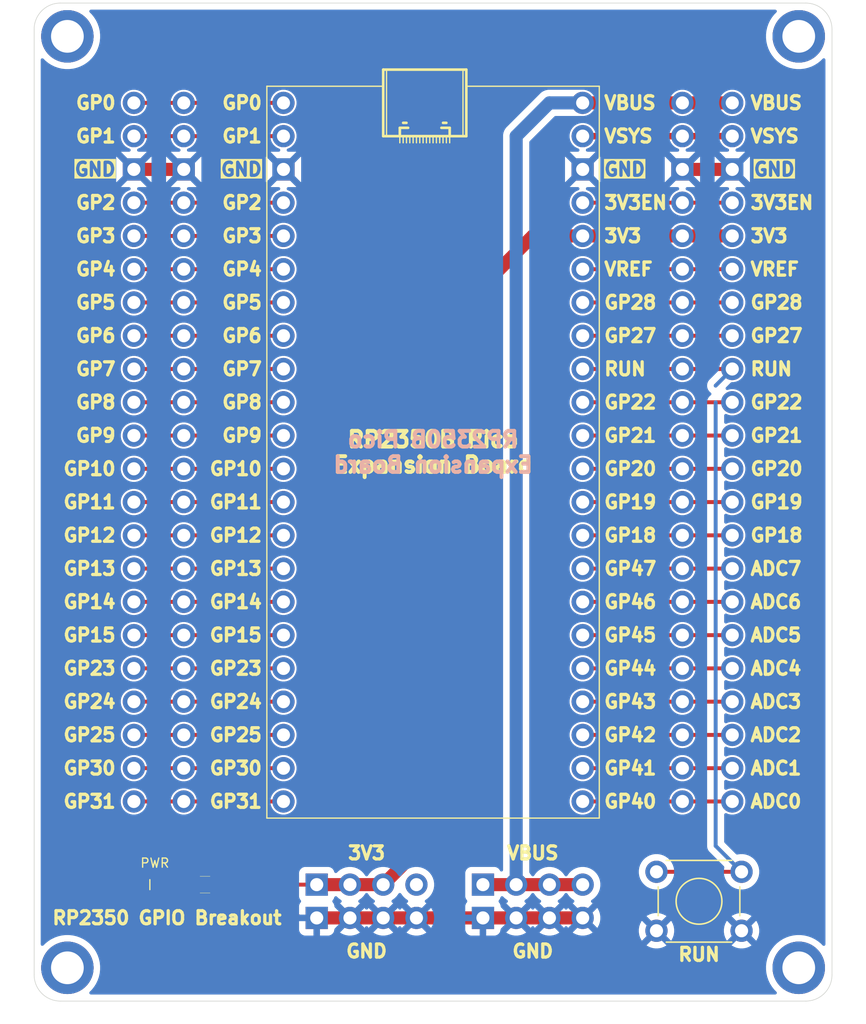
<source format=kicad_pcb>
(kicad_pcb (version 20241229) (generator "pcbnew") (generator_version "9.0")
  (layers (0 "F.Cu" signal) (2 "B.Cu" signal) (13 "F.Paste" user) (15 "B.Paste" user) (5 "F.SilkS" user "F.Silkscreen") (7 "B.SilkS" user "B.Silkscreen") (1 "F.Mask" user) (3 "B.Mask" user) (25 "Edge.Cuts" user))
  (net 0 "")
  (net 1 "GND")
  (net 2 "Net-(D1-A)")
  (net 3 "GPIO24")
  (net 4 "GPIO14")
  (net 5 "GPIO7")
  (net 6 "GPIO10")
  (net 7 "GPIO11")
  (net 8 "GPIO5")
  (net 9 "GPIO13")
  (net 10 "GPIO0")
  (net 11 "GPIO31")
  (net 12 "GPIO3")
  (net 13 "GPIO26")
  (net 14 "GPIO8")
  (net 15 "GPIO6")
  (net 16 "GPIO30")
  (net 17 "GPIO1")
  (net 18 "GPIO23")
  (net 19 "GPIO9")
  (net 20 "GPIO12")
  (net 21 "GPIO4")
  (net 22 "GPIO2")
  (net 23 "GPIO15")
  (net 24 "GPIO43{slash}ADC3")
  (net 25 "GPIO20")
  (net 26 "GPIO44{slash}ADC4")
  (net 27 "VBUS")
  (net 28 "GPIO28")
  (net 29 "GPIO42{slash}ADC2")
  (net 30 "GPIO18")
  (net 31 "GPIO40{slash}ADC0")
  (net 32 "RUN")
  (net 33 "GPIO47{slash}ADC7")
  (net 34 "GPIO22")
  (net 35 "GPIO21")
  (net 36 "GPIO41{slash}ADC1")
  (net 37 "GPIO19")
  (net 38 "GPIO27")
  (net 39 "3V3_EN")
  (net 40 "3V3")
  (net 41 "GPIO46{slash}ADC6")
  (net 42 "GPIO45{slash}ADC5")
  (net 43 "ADC_VREF")
  (net 44 "VSYS")
  (footprint "Mars_Library:Mars_Clean_Connector_01x22_PinHeader_2.54mm" (layer "F.Cu") (at 110.49 104.14 180)
    (property "Reference" "J6" (hide yes))
    (property "Value" "Conn_01x32_MountingPin")
    (pad "1" thru_hole circle (at 0 0 180) (size 1.7 1.7) (drill 1) (layers "*.Cu" "*.Mask") (net 31 "GPIO40{slash}ADC0"))
    (pad "2" thru_hole circle (at 0 2.54 180) (size 1.7 1.7) (drill 1) (layers "*.Cu" "*.Mask") (net 36 "GPIO41{slash}ADC1"))
    (pad "3" thru_hole circle (at 0 5.079999 180) (size 1.7 1.7) (drill 1) (layers "*.Cu" "*.Mask") (net 29 "GPIO42{slash}ADC2"))
    (pad "4" thru_hole circle (at 0 7.62 180) (size 1.7 1.7) (drill 1) (layers "*.Cu" "*.Mask") (net 24 "GPIO43{slash}ADC3"))
    (pad "5" thru_hole circle (at 0 10.16 180) (size 1.7 1.7) (drill 1) (layers "*.Cu" "*.Mask") (net 26 "GPIO44{slash}ADC4"))
    (pad "6" thru_hole circle (at 0 12.7 180) (size 1.7 1.7) (drill 1) (layers "*.Cu" "*.Mask") (net 42 "GPIO45{slash}ADC5"))
    (pad "7" thru_hole circle (at 0 15.24 180) (size 1.7 1.7) (drill 1) (layers "*.Cu" "*.Mask") (net 41 "GPIO46{slash}ADC6"))
    (pad "8" thru_hole circle (at 0 17.780001 180) (size 1.7 1.7) (drill 1) (layers "*.Cu" "*.Mask") (net 33 "GPIO47{slash}ADC7"))
    (pad "9" thru_hole circle (at 0 20.32 180) (size 1.7 1.7) (drill 1) (layers "*.Cu" "*.Mask") (net 30 "GPIO18"))
    (pad "10" thru_hole circle (at 0 22.86 180) (size 1.7 1.7) (drill 1) (layers "*.Cu" "*.Mask") (net 37 "GPIO19"))
    (pad "11" thru_hole circle (at 0 25.4 180) (size 1.7 1.7) (drill 1) (layers "*.Cu" "*.Mask") (net 25 "GPIO20"))
    (pad "12" thru_hole circle (at 0 27.939999 180) (size 1.7 1.7) (drill 1) (layers "*.Cu" "*.Mask") (net 35 "GPIO21"))
    (pad "13" thru_hole circle (at 0 30.48 180) (size 1.7 1.7) (drill 1) (layers "*.Cu" "*.Mask") (net 34 "GPIO22"))
    (pad "14" thru_hole circle (at 0 33.02 180) (size 1.7 1.7) (drill 1) (layers "*.Cu" "*.Mask") (net 32 "RUN"))
    (pad "15" thru_hole circle (at 0 35.56 180) (size 1.7 1.7) (drill 1) (layers "*.Cu" "*.Mask") (net 38 "GPIO27"))
    (pad "16" thru_hole circle (at 0 38.099999 180) (size 1.7 1.7) (drill 1) (layers "*.Cu" "*.Mask") (net 28 "GPIO28"))
    (pad "17" thru_hole circle (at 0 40.640001 180) (size 1.7 1.7) (drill 1) (layers "*.Cu" "*.Mask") (net 43 "ADC_VREF"))
    (pad "18" thru_hole circle (at 0 43.18 180) (size 1.7 1.7) (drill 1) (layers "*.Cu" "*.Mask") (net 40 "3V3"))
    (pad "19" thru_hole circle (at 0 45.72 180) (size 1.7 1.7) (drill 1) (layers "*.Cu" "*.Mask") (net 39 "3V3_EN"))
    (pad "20" thru_hole rect (at 0 48.26 180) (size 1.7 1.7) (drill 1) (layers "*.Cu" "*.Mask") (net 1 "GND"))
    (pad "21" thru_hole circle (at 0 50.799999 180) (size 1.7 1.7) (drill 1) (layers "*.Cu" "*.Mask") (net 44 "VSYS"))
    (pad "22" thru_hole circle (at 0 53.34 180) (size 1.7 1.7) (drill 1) (layers "*.Cu" "*.Mask") (net 27 "VBUS"))
  )
  (footprint "Mars_Library:Mars_Clean_Connector_01x22_PinHeader_2.54mm" (layer "F.Cu") (at 68.58 50.8)
    (property "Reference" "J3" (hide yes))
    (property "Value" "Conn_01x32_MountingPin")
    (pad "1" thru_hole circle (at 0 0) (size 1.7 1.7) (drill 1) (layers "*.Cu" "*.Mask") (net 10 "GPIO0"))
    (pad "2" thru_hole circle (at 0 2.54) (size 1.7 1.7) (drill 1) (layers "*.Cu" "*.Mask") (net 17 "GPIO1"))
    (pad "3" thru_hole rect (at 0 5.08) (size 1.7 1.7) (drill 1) (layers "*.Cu" "*.Mask") (net 1 "GND"))
    (pad "4" thru_hole circle (at 0 7.62) (size 1.7 1.7) (drill 1) (layers "*.Cu" "*.Mask") (net 22 "GPIO2"))
    (pad "5" thru_hole circle (at 0 10.16) (size 1.7 1.7) (drill 1) (layers "*.Cu" "*.Mask") (net 12 "GPIO3"))
    (pad "6" thru_hole circle (at 0 12.7) (size 1.7 1.7) (drill 1) (layers "*.Cu" "*.Mask") (net 21 "GPIO4"))
    (pad "7" thru_hole circle (at 0 15.24) (size 1.7 1.7) (drill 1) (layers "*.Cu" "*.Mask") (net 8 "GPIO5"))
    (pad "8" thru_hole circle (at 0 17.78) (size 1.7 1.7) (drill 1) (layers "*.Cu" "*.Mask") (net 15 "GPIO6"))
    (pad "9" thru_hole circle (at 0 20.32) (size 1.7 1.7) (drill 1) (layers "*.Cu" "*.Mask") (net 5 "GPIO7"))
    (pad "10" thru_hole circle (at 0 22.86) (size 1.7 1.7) (drill 1) (layers "*.Cu" "*.Mask") (net 14 "GPIO8"))
    (pad "11" thru_hole circle (at 0 25.4) (size 1.7 1.7) (drill 1) (layers "*.Cu" "*.Mask") (net 19 "GPIO9"))
    (pad "12" thru_hole circle (at 0 27.94) (size 1.7 1.7) (drill 1) (layers "*.Cu" "*.Mask") (net 6 "GPIO10"))
    (pad "13" thru_hole circle (at 0 30.48) (size 1.7 1.7) (drill 1) (layers "*.Cu" "*.Mask") (net 7 "GPIO11"))
    (pad "14" thru_hole circle (at 0 33.02) (size 1.7 1.7) (drill 1) (layers "*.Cu" "*.Mask") (net 20 "GPIO12"))
    (pad "15" thru_hole circle (at 0 35.56) (size 1.7 1.7) (drill 1) (layers "*.Cu" "*.Mask") (net 9 "GPIO13"))
    (pad "16" thru_hole circle (at 0 38.1) (size 1.7 1.7) (drill 1) (layers "*.Cu" "*.Mask") (net 4 "GPIO14"))
    (pad "17" thru_hole circle (at 0 40.64) (size 1.7 1.7) (drill 1) (layers "*.Cu" "*.Mask") (net 23 "GPIO15"))
    (pad "18" thru_hole circle (at 0 43.18) (size 1.7 1.7) (drill 1) (layers "*.Cu" "*.Mask") (net 18 "GPIO23"))
    (pad "19" thru_hole circle (at 0 45.72) (size 1.7 1.7) (drill 1) (layers "*.Cu" "*.Mask") (net 3 "GPIO24"))
    (pad "20" thru_hole circle (at 0 48.26) (size 1.7 1.7) (drill 1) (layers "*.Cu" "*.Mask") (net 13 "GPIO26"))
    (pad "21" thru_hole circle (at 0 50.8) (size 1.7 1.7) (drill 1) (layers "*.Cu" "*.Mask") (net 16 "GPIO30"))
    (pad "22" thru_hole circle (at 0 53.34) (size 1.7 1.7) (drill 1) (layers "*.Cu" "*.Mask") (net 11 "GPIO31"))
  )
  (footprint "Mars_Library:Mars_Clean_Connector_01x22_PinHeader_2.54mm" (layer "F.Cu") (at 99.06 104.14 180)
    (property "Reference" "J4" (hide yes))
    (property "Value" "Conn_01x32_MountingPin")
    (pad "1" thru_hole circle (at 0 0 180) (size 1.7 1.7) (drill 1) (layers "*.Cu" "*.Mask") (net 31 "GPIO40{slash}ADC0"))
    (pad "2" thru_hole circle (at 0 2.54 180) (size 1.7 1.7) (drill 1) (layers "*.Cu" "*.Mask") (net 36 "GPIO41{slash}ADC1"))
    (pad "3" thru_hole circle (at 0 5.079999 180) (size 1.7 1.7) (drill 1) (layers "*.Cu" "*.Mask") (net 29 "GPIO42{slash}ADC2"))
    (pad "4" thru_hole circle (at 0 7.62 180) (size 1.7 1.7) (drill 1) (layers "*.Cu" "*.Mask") (net 24 "GPIO43{slash}ADC3"))
    (pad "5" thru_hole circle (at 0 10.16 180) (size 1.7 1.7) (drill 1) (layers "*.Cu" "*.Mask") (net 26 "GPIO44{slash}ADC4"))
    (pad "6" thru_hole circle (at 0 12.7 180) (size 1.7 1.7) (drill 1) (layers "*.Cu" "*.Mask") (net 42 "GPIO45{slash}ADC5"))
    (pad "7" thru_hole circle (at 0 15.24 180) (size 1.7 1.7) (drill 1) (layers "*.Cu" "*.Mask") (net 41 "GPIO46{slash}ADC6"))
    (pad "8" thru_hole circle (at 0 17.780001 180) (size 1.7 1.7) (drill 1) (layers "*.Cu" "*.Mask") (net 33 "GPIO47{slash}ADC7"))
    (pad "9" thru_hole circle (at 0 20.32 180) (size 1.7 1.7) (drill 1) (layers "*.Cu" "*.Mask") (net 30 "GPIO18"))
    (pad "10" thru_hole circle (at 0 22.86 180) (size 1.7 1.7) (drill 1) (layers "*.Cu" "*.Mask") (net 37 "GPIO19"))
    (pad "11" thru_hole circle (at 0 25.4 180) (size 1.7 1.7) (drill 1) (layers "*.Cu" "*.Mask") (net 25 "GPIO20"))
    (pad "12" thru_hole circle (at 0 27.939999 180) (size 1.7 1.7) (drill 1) (layers "*.Cu" "*.Mask") (net 35 "GPIO21"))
    (pad "13" thru_hole circle (at 0 30.48 180) (size 1.7 1.7) (drill 1) (layers "*.Cu" "*.Mask") (net 34 "GPIO22"))
    (pad "14" thru_hole circle (at 0 33.02 180) (size 1.7 1.7) (drill 1) (layers "*.Cu" "*.Mask") (net 32 "RUN"))
    (pad "15" thru_hole circle (at 0 35.56 180) (size 1.7 1.7) (drill 1) (layers "*.Cu" "*.Mask") (net 38 "GPIO27"))
    (pad "16" thru_hole circle (at 0 38.099999 180) (size 1.7 1.7) (drill 1) (layers "*.Cu" "*.Mask") (net 28 "GPIO28"))
    (pad "17" thru_hole circle (at 0 40.640001 180) (size 1.7 1.7) (drill 1) (layers "*.Cu" "*.Mask") (net 43 "ADC_VREF"))
    (pad "18" thru_hole circle (at 0 43.18 180) (size 1.7 1.7) (drill 1) (layers "*.Cu" "*.Mask") (net 40 "3V3"))
    (pad "19" thru_hole circle (at 0 45.72 180) (size 1.7 1.7) (drill 1) (layers "*.Cu" "*.Mask") (net 39 "3V3_EN"))
    (pad "20" thru_hole rect (at 0 48.26 180) (size 1.7 1.7) (drill 1) (layers "*.Cu" "*.Mask") (net 1 "GND"))
    (pad "21" thru_hole circle (at 0 50.799999 180) (size 1.7 1.7) (drill 1) (layers "*.Cu" "*.Mask") (net 44 "VSYS"))
    (pad "22" thru_hole circle (at 0 53.34 180) (size 1.7 1.7) (drill 1) (layers "*.Cu" "*.Mask") (net 27 "VBUS"))
  )
  (footprint "Mars_Library:SWD_Debug_PinHeader_1x04_P2.54mm" (layer "F.Cu") (at 78.74 110.49 90)
    (property "Reference" "J7" (hide yes))
    (property "Value" "PWR")
    (pad "1" thru_hole rect (at 0 0 90) (size 1.7 1.7) (drill 1) (layers "*.Cu" "*.Mask") (net 40 "3V3"))
    (pad "2" thru_hole circle (at 0 2.54 90) (size 1.7 1.7) (drill 1) (layers "*.Cu" "*.Mask") (net 40 "3V3"))
    (pad "3" thru_hole circle (at 0 5.079999 90) (size 1.7 1.7) (drill 1) (layers "*.Cu" "*.Mask") (net 40 "3V3"))
    (pad "4" thru_hole circle (at 0 7.62 90) (size 1.7 1.7) (drill 1) (layers "*.Cu" "*.Mask") (net 40 "3V3"))
  )
  (footprint "LED_SMD:LED_0805_2012Metric" (layer "F.Cu") (at 66.3725 110.49)
    (property "Reference" "PWR" (at 0 -1.65 0) (layer "F.SilkS") (effects (font (size 0.7 0.7) (thickness 0.1))))
    (property "Value" "LED")
    (fp_line (start -0.381 -0.381) (end -0.381 0.381) (stroke (width 0.1)) (layer "F.SilkS"))
    (pad "1" smd roundrect (at -0.9375 0) (size 0.975 1.4) (layers "F.Cu" "F.Mask" "F.Paste") (net 1 "GND"))
    (pad "2" smd roundrect (at 0.9375 0) (size 0.975 1.4) (layers "F.Cu" "F.Mask" "F.Paste") (net 2 "Net-(D1-A)"))
  )
  (footprint "MountingHole:MountingHole_2.5mm_Pad_TopBottom" (layer "F.Cu") (at 59.69 116.84)
    (property "Reference" "H3" (hide yes))
    (property "Value" "MountingHole")
    (pad "1" thru_hole circle (at 0 0) (size 4 2.9) (drill 2.5) (layers "*.Cu" "*.Mask"))
    (pad "1" connect circle (at 0 0) (size 4 5) (layers "F.Cu" "F.Mask"))
    (pad "1" connect circle (at 0 0) (size 4 5) (layers "B.Cu" "B.Mask"))
  )
  (footprint "Mars_Library:Mars_Clean_Connector_01x22_PinHeader_2.54mm" (layer "F.Cu") (at 76.2 50.8)
    (property "Reference" "J1" (hide yes))
    (property "Value" "Conn_01x32_MountingPin")
    (pad "1" thru_hole circle (at 0 0) (size 1.7 1.7) (drill 1) (layers "*.Cu" "*.Mask") (net 10 "GPIO0"))
    (pad "2" thru_hole circle (at 0 2.54) (size 1.7 1.7) (drill 1) (layers "*.Cu" "*.Mask") (net 17 "GPIO1"))
    (pad "3" thru_hole rect (at 0 5.08) (size 1.7 1.7) (drill 1) (layers "*.Cu" "*.Mask") (net 1 "GND"))
    (pad "4" thru_hole circle (at 0 7.62) (size 1.7 1.7) (drill 1) (layers "*.Cu" "*.Mask") (net 22 "GPIO2"))
    (pad "5" thru_hole circle (at 0 10.16) (size 1.7 1.7) (drill 1) (layers "*.Cu" "*.Mask") (net 12 "GPIO3"))
    (pad "6" thru_hole circle (at 0 12.7) (size 1.7 1.7) (drill 1) (layers "*.Cu" "*.Mask") (net 21 "GPIO4"))
    (pad "7" thru_hole circle (at 0 15.24) (size 1.7 1.7) (drill 1) (layers "*.Cu" "*.Mask") (net 8 "GPIO5"))
    (pad "8" thru_hole circle (at 0 17.78) (size 1.7 1.7) (drill 1) (layers "*.Cu" "*.Mask") (net 15 "GPIO6"))
    (pad "9" thru_hole circle (at 0 20.32) (size 1.7 1.7) (drill 1) (layers "*.Cu" "*.Mask") (net 5 "GPIO7"))
    (pad "10" thru_hole circle (at 0 22.86) (size 1.7 1.7) (drill 1) (layers "*.Cu" "*.Mask") (net 14 "GPIO8"))
    (pad "11" thru_hole circle (at 0 25.4) (size 1.7 1.7) (drill 1) (layers "*.Cu" "*.Mask") (net 19 "GPIO9"))
    (pad "12" thru_hole circle (at 0 27.94) (size 1.7 1.7) (drill 1) (layers "*.Cu" "*.Mask") (net 6 "GPIO10"))
    (pad "13" thru_hole circle (at 0 30.48) (size 1.7 1.7) (drill 1) (layers "*.Cu" "*.Mask") (net 7 "GPIO11"))
    (pad "14" thru_hole circle (at 0 33.02) (size 1.7 1.7) (drill 1) (layers "*.Cu" "*.Mask") (net 20 "GPIO12"))
    (pad "15" thru_hole circle (at 0 35.56) (size 1.7 1.7) (drill 1) (layers "*.Cu" "*.Mask") (net 9 "GPIO13"))
    (pad "16" thru_hole circle (at 0 38.1) (size 1.7 1.7) (drill 1) (layers "*.Cu" "*.Mask") (net 4 "GPIO14"))
    (pad "17" thru_hole circle (at 0 40.64) (size 1.7 1.7) (drill 1) (layers "*.Cu" "*.Mask") (net 23 "GPIO15"))
    (pad "18" thru_hole circle (at 0 43.18) (size 1.7 1.7) (drill 1) (layers "*.Cu" "*.Mask") (net 18 "GPIO23"))
    (pad "19" thru_hole circle (at 0 45.72) (size 1.7 1.7) (drill 1) (layers "*.Cu" "*.Mask") (net 3 "GPIO24"))
    (pad "20" thru_hole circle (at 0 48.26) (size 1.7 1.7) (drill 1) (layers "*.Cu" "*.Mask") (net 13 "GPIO26"))
    (pad "21" thru_hole circle (at 0 50.8) (size 1.7 1.7) (drill 1) (layers "*.Cu" "*.Mask") (net 16 "GPIO30"))
    (pad "22" thru_hole circle (at 0 53.34) (size 1.7 1.7) (drill 1) (layers "*.Cu" "*.Mask") (net 11 "GPIO31"))
  )
  (footprint "Mars_Library:Mars_Clean_Connector_01x22_PinHeader_2.54mm" (layer "F.Cu") (at 106.68 104.14 180)
    (property "Reference" "J5" (hide yes))
    (property "Value" "Conn_01x32_MountingPin")
    (pad "1" thru_hole circle (at 0 0 180) (size 1.7 1.7) (drill 1) (layers "*.Cu" "*.Mask") (net 31 "GPIO40{slash}ADC0"))
    (pad "2" thru_hole circle (at 0 2.54 180) (size 1.7 1.7) (drill 1) (layers "*.Cu" "*.Mask") (net 36 "GPIO41{slash}ADC1"))
    (pad "3" thru_hole circle (at 0 5.079999 180) (size 1.7 1.7) (drill 1) (layers "*.Cu" "*.Mask") (net 29 "GPIO42{slash}ADC2"))
    (pad "4" thru_hole circle (at 0 7.62 180) (size 1.7 1.7) (drill 1) (layers "*.Cu" "*.Mask") (net 24 "GPIO43{slash}ADC3"))
    (pad "5" thru_hole circle (at 0 10.16 180) (size 1.7 1.7) (drill 1) (layers "*.Cu" "*.Mask") (net 26 "GPIO44{slash}ADC4"))
    (pad "6" thru_hole circle (at 0 12.7 180) (size 1.7 1.7) (drill 1) (layers "*.Cu" "*.Mask") (net 42 "GPIO45{slash}ADC5"))
    (pad "7" thru_hole circle (at 0 15.24 180) (size 1.7 1.7) (drill 1) (layers "*.Cu" "*.Mask") (net 41 "GPIO46{slash}ADC6"))
    (pad "8" thru_hole circle (at 0 17.780001 180) (size 1.7 1.7) (drill 1) (layers "*.Cu" "*.Mask") (net 33 "GPIO47{slash}ADC7"))
    (pad "9" thru_hole circle (at 0 20.32 180) (size 1.7 1.7) (drill 1) (layers "*.Cu" "*.Mask") (net 30 "GPIO18"))
    (pad "10" thru_hole circle (at 0 22.86 180) (size 1.7 1.7) (drill 1) (layers "*.Cu" "*.Mask") (net 37 "GPIO19"))
    (pad "11" thru_hole circle (at 0 25.4 180) (size 1.7 1.7) (drill 1) (layers "*.Cu" "*.Mask") (net 25 "GPIO20"))
    (pad "12" thru_hole circle (at 0 27.939999 180) (size 1.7 1.7) (drill 1) (layers "*.Cu" "*.Mask") (net 35 "GPIO21"))
    (pad "13" thru_hole circle (at 0 30.48 180) (size 1.7 1.7) (drill 1) (layers "*.Cu" "*.Mask") (net 34 "GPIO22"))
    (pad "14" thru_hole circle (at 0 33.02 180) (size 1.7 1.7) (drill 1) (layers "*.Cu" "*.Mask") (net 32 "RUN"))
    (pad "15" thru_hole circle (at 0 35.56 180) (size 1.7 1.7) (drill 1) (layers "*.Cu" "*.Mask") (net 38 "GPIO27"))
    (pad "16" thru_hole circle (at 0 38.099999 180) (size 1.7 1.7) (drill 1) (layers "*.Cu" "*.Mask") (net 28 "GPIO28"))
    (pad "17" thru_hole circle (at 0 40.640001 180) (size 1.7 1.7) (drill 1) (layers "*.Cu" "*.Mask") (net 43 "ADC_VREF"))
    (pad "18" thru_hole circle (at 0 43.18 180) (size 1.7 1.7) (drill 1) (layers "*.Cu" "*.Mask") (net 40 "3V3"))
    (pad "19" thru_hole circle (at 0 45.72 180) (size 1.7 1.7) (drill 1) (layers "*.Cu" "*.Mask") (net 39 "3V3_EN"))
    (pad "20" thru_hole rect (at 0 48.26 180) (size 1.7 1.7) (drill 1) (layers "*.Cu" "*.Mask") (net 1 "GND"))
    (pad "21" thru_hole circle (at 0 50.799999 180) (size 1.7 1.7) (drill 1) (layers "*.Cu" "*.Mask") (net 44 "VSYS"))
    (pad "22" thru_hole circle (at 0 53.34 180) (size 1.7 1.7) (drill 1) (layers "*.Cu" "*.Mask") (net 27 "VBUS"))
  )
  (footprint "Mars_Library:SWD_Debug_PinHeader_1x04_P2.54mm" (layer "F.Cu") (at 91.44 113.03 90)
    (property "Reference" "J10" (hide yes))
    (property "Value" "GND")
    (pad "1" thru_hole rect (at 0 0 90) (size 1.7 1.7) (drill 1) (layers "*.Cu" "*.Mask") (net 1 "GND"))
    (pad "2" thru_hole circle (at 0 2.54 90) (size 1.7 1.7) (drill 1) (layers "*.Cu" "*.Mask") (net 1 "GND"))
    (pad "3" thru_hole circle (at 0 5.079999 90) (size 1.7 1.7) (drill 1) (layers "*.Cu" "*.Mask") (net 1 "GND"))
    (pad "4" thru_hole circle (at 0 7.62 90) (size 1.7 1.7) (drill 1) (layers "*.Cu" "*.Mask") (net 1 "GND"))
  )
  (footprint "Mars_Library:SWD_Debug_PinHeader_1x04_P2.54mm" (layer "F.Cu") (at 91.44 110.49 90)
    (property "Reference" "J9" (hide yes))
    (property "Value" "PWR")
    (pad "1" thru_hole rect (at 0 0 90) (size 1.7 1.7) (drill 1) (layers "*.Cu" "*.Mask") (net 27 "VBUS"))
    (pad "2" thru_hole circle (at 0 2.54 90) (size 1.7 1.7) (drill 1) (layers "*.Cu" "*.Mask") (net 27 "VBUS"))
    (pad "3" thru_hole circle (at 0 5.079999 90) (size 1.7 1.7) (drill 1) (layers "*.Cu" "*.Mask") (net 27 "VBUS"))
    (pad "4" thru_hole circle (at 0 7.62 90) (size 1.7 1.7) (drill 1) (layers "*.Cu" "*.Mask") (net 27 "VBUS"))
  )
  (footprint "MountingHole:MountingHole_2.5mm_Pad_TopBottom" (layer "F.Cu") (at 115.57 116.84)
    (property "Reference" "H4" (hide yes))
    (property "Value" "MountingHole")
    (pad "1" thru_hole circle (at 0 0) (size 4 2.9) (drill 2.5) (layers "*.Cu" "*.Mask"))
    (pad "1" connect circle (at 0 0) (size 4 5) (layers "F.Cu" "F.Mask"))
    (pad "1" connect circle (at 0 0) (size 4 5) (layers "B.Cu" "B.Mask"))
  )
  (footprint "Button_Switch_THT:SW_TH_Tactile_Omron_B3F-102x" (layer "F.Cu") (at 104.7 109.51)
    (property "Reference" "SW1" (hide yes))
    (property "Value" "RUN")
    (fp_line (start 0.13 3.35) (end 0.13 1.15) (stroke (width 0.12)) (layer "F.SilkS"))
    (fp_line (start 0.75 -0.87) (end 5.75 -0.87) (stroke (width 0.12)) (layer "F.SilkS"))
    (fp_line (start 0.75 5.37) (end 5.75 5.37) (stroke (width 0.12)) (layer "F.SilkS"))
    (fp_line (start 6.37 1.15) (end 6.37 3.35) (stroke (width 0.12)) (layer "F.SilkS"))
    (fp_circle (center 3.25 2.25) (end 5 2.25) (stroke (width 0.12)) (fill no) (layer "F.SilkS"))
    (pad "1" thru_hole circle (at 0 0) (size 1.7 1.7) (drill 1) (layers "*.Cu" "*.Mask") (net 32 "RUN"))
    (pad "1" thru_hole circle (at 6.5 0) (size 1.7 1.7) (drill 1) (layers "*.Cu" "*.Mask") (net 32 "RUN"))
    (pad "2" thru_hole circle (at 0 4.5) (size 1.7 1.7) (drill 1) (layers "*.Cu" "*.Mask") (net 1 "GND"))
    (pad "2" thru_hole circle (at 6.5 4.5) (size 1.7 1.7) (drill 1) (layers "*.Cu" "*.Mask") (net 1 "GND"))
  )
  (footprint "Mars_Library:SWD_Debug_PinHeader_1x04_P2.54mm" (layer "F.Cu") (at 78.74 113.03 90)
    (property "Reference" "J8" (hide yes))
    (property "Value" "GND")
    (pad "1" thru_hole rect (at 0 0 90) (size 1.7 1.7) (drill 1) (layers "*.Cu" "*.Mask") (net 1 "GND"))
    (pad "2" thru_hole circle (at 0 2.54 90) (size 1.7 1.7) (drill 1) (layers "*.Cu" "*.Mask") (net 1 "GND"))
    (pad "3" thru_hole circle (at 0 5.079999 90) (size 1.7 1.7) (drill 1) (layers "*.Cu" "*.Mask") (net 1 "GND"))
    (pad "4" thru_hole circle (at 0 7.62 90) (size 1.7 1.7) (drill 1) (layers "*.Cu" "*.Mask") (net 1 "GND"))
  )
  (footprint "MountingHole:MountingHole_2.5mm_Pad_TopBottom" (layer "F.Cu") (at 59.69 45.72)
    (property "Reference" "H1" (hide yes))
    (property "Value" "MountingHole")
    (pad "1" thru_hole circle (at 0 0) (size 4 2.9) (drill 2.5) (layers "*.Cu" "*.Mask"))
    (pad "1" connect circle (at 0 0) (size 4 5) (layers "F.Cu" "F.Mask"))
    (pad "1" connect circle (at 0 0) (size 4 5) (layers "B.Cu" "B.Mask"))
  )
  (footprint "Mars_Library:R_0805" (layer "F.Cu") (at 70.2075 110.49 180)
    (property "Reference" "R1" (hide yes))
    (property "Value" "R")
    (fp_line (start -0.381 0.635) (end 0.381 0.635) (stroke (width 0.03)) (layer "F.SilkS"))
    (fp_line (start -0.381 -0.635) (end 0.381 -0.635) (stroke (width 0.03)) (layer "F.SilkS"))
    (pad "1" smd roundrect (at -0.9125 0 180) (size 1.025 1.4) (layers "F.Cu" "F.Mask" "F.Paste") (roundrect_rratio 0.243902) (net 40 "3V3"))
    (pad "2" smd roundrect (at 0.9125 0 180) (size 1.025 1.4) (layers "F.Cu" "F.Mask" "F.Paste") (roundrect_rratio 0.243902) (net 2 "Net-(D1-A)"))
  )
  (footprint "MountingHole:MountingHole_2.5mm_Pad_TopBottom" (layer "F.Cu") (at 115.57 45.72)
    (property "Reference" "H2" (hide yes))
    (property "Value" "MountingHole")
    (pad "1" thru_hole circle (at 0 0) (size 4 2.9) (drill 2.5) (layers "*.Cu" "*.Mask"))
    (pad "1" connect circle (at 0 0) (size 4 5) (layers "F.Cu" "F.Mask"))
    (pad "1" connect circle (at 0 0) (size 4 5) (layers "B.Cu" "B.Mask"))
  )
  (footprint "Mars_Library:Mars_Clean_Connector_01x22_PinHeader_2.54mm" (layer "F.Cu") (at 64.77 50.8)
    (property "Reference" "J2" (hide yes))
    (property "Value" "Conn_01x32_MountingPin")
    (pad "1" thru_hole circle (at 0 0) (size 1.7 1.7) (drill 1) (layers "*.Cu" "*.Mask") (net 10 "GPIO0"))
    (pad "2" thru_hole circle (at 0 2.54) (size 1.7 1.7) (drill 1) (layers "*.Cu" "*.Mask") (net 17 "GPIO1"))
    (pad "3" thru_hole rect (at 0 5.08) (size 1.7 1.7) (drill 1) (layers "*.Cu" "*.Mask") (net 1 "GND"))
    (pad "4" thru_hole circle (at 0 7.62) (size 1.7 1.7) (drill 1) (layers "*.Cu" "*.Mask") (net 22 "GPIO2"))
    (pad "5" thru_hole circle (at 0 10.16) (size 1.7 1.7) (drill 1) (layers "*.Cu" "*.Mask") (net 12 "GPIO3"))
    (pad "6" thru_hole circle (at 0 12.7) (size 1.7 1.7) (drill 1) (layers "*.Cu" "*.Mask") (net 21 "GPIO4"))
    (pad "7" thru_hole circle (at 0 15.24) (size 1.7 1.7) (drill 1) (layers "*.Cu" "*.Mask") (net 8 "GPIO5"))
    (pad "8" thru_hole circle (at 0 17.78) (size 1.7 1.7) (drill 1) (layers "*.Cu" "*.Mask") (net 15 "GPIO6"))
    (pad "9" thru_hole circle (at 0 20.32) (size 1.7 1.7) (drill 1) (layers "*.Cu" "*.Mask") (net 5 "GPIO7"))
    (pad "10" thru_hole circle (at 0 22.86) (size 1.7 1.7) (drill 1) (layers "*.Cu" "*.Mask") (net 14 "GPIO8"))
    (pad "11" thru_hole circle (at 0 25.4) (size 1.7 1.7) (drill 1) (layers "*.Cu" "*.Mask") (net 19 "GPIO9"))
    (pad "12" thru_hole circle (at 0 27.94) (size 1.7 1.7) (drill 1) (layers "*.Cu" "*.Mask") (net 6 "GPIO10"))
    (pad "13" thru_hole circle (at 0 30.48) (size 1.7 1.7) (drill 1) (layers "*.Cu" "*.Mask") (net 7 "GPIO11"))
    (pad "14" thru_hole circle (at 0 33.02) (size 1.7 1.7) (drill 1) (layers "*.Cu" "*.Mask") (net 20 "GPIO12"))
    (pad "15" thru_hole circle (at 0 35.56) (size 1.7 1.7) (drill 1) (layers "*.Cu" "*.Mask") (net 9 "GPIO13"))
    (pad "16" thru_hole circle (at 0 38.1) (size 1.7 1.7) (drill 1) (layers "*.Cu" "*.Mask") (net 4 "GPIO14"))
    (pad "17" thru_hole circle (at 0 40.64) (size 1.7 1.7) (drill 1) (layers "*.Cu" "*.Mask") (net 23 "GPIO15"))
    (pad "18" thru_hole circle (at 0 43.18) (size 1.7 1.7) (drill 1) (layers "*.Cu" "*.Mask") (net 18 "GPIO23"))
    (pad "19" thru_hole circle (at 0 45.72) (size 1.7 1.7) (drill 1) (layers "*.Cu" "*.Mask") (net 3 "GPIO24"))
    (pad "20" thru_hole circle (at 0 48.26) (size 1.7 1.7) (drill 1) (layers "*.Cu" "*.Mask") (net 13 "GPIO26"))
    (pad "21" thru_hole circle (at 0 50.8) (size 1.7 1.7) (drill 1) (layers "*.Cu" "*.Mask") (net 16 "GPIO30"))
    (pad "22" thru_hole circle (at 0 53.34) (size 1.7 1.7) (drill 1) (layers "*.Cu" "*.Mask") (net 11 "GPIO31"))
  )
  (gr_line (start 87.376 53.34) (end 87.376 53.848) (stroke (width 0.1)) (layer "F.SilkS"))
  (gr_line (start 88.265 52.705) (end 88.9 52.705) (stroke (width 0.2)) (layer "F.SilkS"))
  (gr_line (start 88.138 53.34) (end 88.138 53.848) (stroke (width 0.1)) (layer "F.SilkS"))
  (gr_line (start 85.09 53.34) (end 85.09 53.848) (stroke (width 0.1)) (layer "F.SilkS"))
  (gr_line (start 87.122 53.34) (end 87.122 53.848) (stroke (width 0.1)) (layer "F.SilkS"))
  (gr_line (start 90.17 48.26) (end 90.17 53.34) (stroke (width 0.2)) (layer "F.SilkS"))
  (gr_line (start 85.598 53.34) (end 85.598 53.848) (stroke (width 0.1)) (layer "F.SilkS"))
  (gr_line (start 85.09 53.34) (end 85.09 52.705) (stroke (width 0.2)) (layer "F.SilkS"))
  (gr_line (start 88.9 53.34) (end 88.9 53.848) (stroke (width 0.1)) (layer "F.SilkS"))
  (gr_line (start 87.63 53.34) (end 87.63 53.848) (stroke (width 0.1)) (layer "F.SilkS"))
  (gr_line (start 84.074 48.26) (end 84.074 53.34) (stroke (width 0.1)) (layer "F.SilkS"))
  (gr_line (start 86.36 53.34) (end 86.36 53.848) (stroke (width 0.1)) (layer "F.SilkS"))
  (gr_line (start 83.82 49.53) (end 74.93 49.53) (stroke (width 0.1)) (layer "F.SilkS"))
  (gr_line (start 86.868 53.34) (end 86.868 53.848) (stroke (width 0.1)) (layer "F.SilkS"))
  (gr_line (start 74.93 105.41) (end 100.33 105.41) (stroke (width 0.1)) (layer "F.SilkS"))
  (gr_line (start 100.33 49.53) (end 90.17 49.53) (stroke (width 0.1)) (layer "F.SilkS"))
  (gr_line (start 89.916 48.26) (end 89.916 53.34) (stroke (width 0.1)) (layer "F.SilkS"))
  (gr_line (start 83.82 53.34) (end 83.82 48.26) (stroke (width 0.2)) (layer "F.SilkS"))
  (gr_line (start 86.614 53.34) (end 86.614 53.848) (stroke (width 0.1)) (layer "F.SilkS"))
  (gr_line (start 88.138 53.34) (end 88.138 53.594) (stroke (width 0.1)) (layer "F.SilkS"))
  (gr_line (start 88.9 52.705) (end 88.9 53.34) (stroke (width 0.2)) (layer "F.SilkS"))
  (gr_line (start 85.09 52.705) (end 85.725 52.705) (stroke (width 0.2)) (layer "F.SilkS"))
  (gr_line (start 87.884 53.34) (end 87.884 53.848) (stroke (width 0.1)) (layer "F.SilkS"))
  (gr_line (start 88.392 52.324) (end 88.646 52.324) (stroke (width 0.2)) (layer "F.SilkS"))
  (gr_line (start 85.344 53.34) (end 85.344 53.848) (stroke (width 0.1)) (layer "F.SilkS"))
  (gr_line (start 90.17 53.34) (end 83.82 53.34) (stroke (width 0.2)) (layer "F.SilkS"))
  (gr_line (start 100.33 105.41) (end 100.33 49.53) (stroke (width 0.1)) (layer "F.SilkS"))
  (gr_line (start 85.344 52.324) (end 85.598 52.324) (stroke (width 0.2)) (layer "F.SilkS"))
  (gr_line (start 83.82 48.26) (end 90.17 48.26) (stroke (width 0.2)) (layer "F.SilkS"))
  (gr_line (start 85.852 53.34) (end 85.852 53.848) (stroke (width 0.1)) (layer "F.SilkS"))
  (gr_line (start 86.106 53.34) (end 86.106 53.848) (stroke (width 0.1)) (layer "F.SilkS"))
  (gr_line (start 74.93 49.53) (end 74.93 105.41) (stroke (width 0.1)) (layer "F.SilkS"))
  (gr_line (start 88.392 53.34) (end 88.392 53.848) (stroke (width 0.1)) (layer "F.SilkS"))
  (gr_line (start 88.646 53.34) (end 88.646 53.848) (stroke (width 0.1)) (layer "F.SilkS"))
  (gr_arc (start 118.11 117.38) (mid 117.524214 118.794214) (end 116.11 119.38) (stroke (width 0.05)) (layer "Edge.Cuts"))
  (gr_arc (start 57.15 45.18) (mid 57.735786 43.765786) (end 59.15 43.18) (stroke (width 0.05)) (layer "Edge.Cuts"))
  (gr_line (start 118.11 45.18) (end 118.11 117.38) (stroke (width 0.05)) (layer "Edge.Cuts"))
  (gr_line (start 59.15 43.18) (end 116.11 43.18) (stroke (width 0.05)) (layer "Edge.Cuts"))
  (gr_line (start 57.15 117.38) (end 57.15 45.18) (stroke (width 0.05)) (layer "Edge.Cuts"))
  (gr_line (start 116.11 119.38) (end 59.15 119.38) (stroke (width 0.05)) (layer "Edge.Cuts"))
  (gr_arc (start 59.15 119.38) (mid 57.735786 118.794214) (end 57.15 117.38) (stroke (width 0.05)) (layer "Edge.Cuts"))
  (gr_arc (start 116.11 43.18) (mid 117.524214 43.765786) (end 118.11 45.18) (stroke (width 0.05)) (layer "Edge.Cuts"))
  (gr_text "github.com/Charading" (at 63.5 116.84 0) (layer "F.Cu") (effects (font (size 0.8 0.8) (thickness 0.125) (italic yes)) (justify left)))
  (gr_text "GP13" (at 63.5 86.36 0) (layer "F.SilkS") (effects (font (size 1 1) (thickness 0.25) (bold yes)) (justify right)))
  (gr_text "GP18" (at 100.584 83.82 0) (layer "F.SilkS") (effects (font (size 1 1) (thickness 0.25) (bold yes)) (justify left)))
  (gr_text "GP31" (at 63.5 104.14 0) (layer "F.SilkS") (effects (font (size 1 1) (thickness 0.25) (bold yes)) (justify right)))
  (gr_text "GP20" (at 100.584 78.74 0) (layer "F.SilkS") (effects (font (size 1 1) (thickness 0.25) (bold yes)) (justify left)))
  (gr_text "GP30" (at 74.676 101.6 0) (layer "F.SilkS") (effects (font (size 1 1) (thickness 0.25) (bold yes)) (justify right)))
  (gr_text "GND" (at 74.676 55.88 0) (layer "F.SilkS" knockout) (effects (font (size 1 1) (thickness 0.25) (bold yes)) (justify right)))
  (gr_text "ADC2" (at 111.76 99.06 0) (layer "F.SilkS") (effects (font (size 1 1) (thickness 0.25) (bold yes)) (justify left)))
  (gr_text "GP1" (at 74.676 53.34 0) (layer "F.SilkS") (effects (font (size 1 1) (thickness 0.25) (bold yes)) (justify right)))
  (gr_text "GP19" (at 100.584 81.28 0) (layer "F.SilkS") (effects (font (size 1 1) (thickness 0.25) (bold yes)) (justify left)))
  (gr_text "RUN" (at 111.76 71.12 0) (layer "F.SilkS") (effects (font (size 1 1) (thickness 0.25) (bold yes)) (justify left)))
  (gr_text "GP47" (at 100.584 86.36 0) (layer "F.SilkS") (effects (font (size 1 1) (thickness 0.25) (bold yes)) (justify left)))
  (gr_text "GP25" (at 74.676 99.06 0) (layer "F.SilkS") (effects (font (size 1 1) (thickness 0.25) (bold yes)) (justify right)))
  (gr_text "GP0" (at 63.5 50.8 0) (layer "F.SilkS") (effects (font (size 1 1) (thickness 0.25) (bold yes)) (justify right)))
  (gr_text "GND" (at 112.014 55.88 0) (layer "F.SilkS" knockout) (effects (font (size 1 1) (thickness 0.25) (bold yes)) (justify left)))
  (gr_text "ADC3" (at 111.76 96.52 0) (layer "F.SilkS") (effects (font (size 1 1) (thickness 0.25) (bold yes)) (justify left)))
  (gr_text "GP0" (at 74.676 50.8 0) (layer "F.SilkS") (effects (font (size 1 1) (thickness 0.25) (bold yes)) (justify right)))
  (gr_text "GP23" (at 63.5 93.98 0) (layer "F.SilkS") (effects (font (size 1 1) (thickness 0.25) (bold yes)) (justify right)))
  (gr_text "GP8" (at 74.676 73.66 0) (layer "F.SilkS") (effects (font (size 1 1) (thickness 0.25) (bold yes)) (justify right)))
  (gr_text "GP6" (at 74.676 68.58 0) (layer "F.SilkS") (effects (font (size 1 1) (thickness 0.25) (bold yes)) (justify right)))
  (gr_text "ADC0" (at 111.76 104.14 0) (layer "F.SilkS") (effects (font (size 1 1) (thickness 0.25) (bold yes)) (justify left)))
  (gr_text "RUN" (at 107.95 115.824 0) (layer "F.SilkS") (effects (font (size 1 1) (thickness 0.25) (bold yes))))
  (gr_text "GP2" (at 63.5 58.42 0) (layer "F.SilkS") (effects (font (size 1 1) (thickness 0.25) (bold yes)) (justify right)))
  (gr_text "3V3" (at 100.584 60.96 0) (layer "F.SilkS") (effects (font (size 1 1) (thickness 0.25) (bold yes)) (justify left)))
  (gr_text "GP7" (at 63.5 71.12 0) (layer "F.SilkS") (effects (font (size 1 1) (thickness 0.25) (bold yes)) (justify right)))
  (gr_text "GP21" (at 111.76 76.2 0) (layer "F.SilkS") (effects (font (size 1 1) (thickness 0.25) (bold yes)) (justify left)))
  (gr_text "VSYS" (at 100.584 53.34 0) (layer "F.SilkS") (effects (font (size 1 1) (thickness 0.25) (bold yes)) (justify left)))
  (gr_text "GP3" (at 63.5 60.96 0) (layer "F.SilkS") (effects (font (size 1 1) (thickness 0.25) (bold yes)) (justify right)))
  (gr_text "GP24" (at 63.5 96.52 0) (layer "F.SilkS") (effects (font (size 1 1) (thickness 0.25) (bold yes)) (justify right)))
  (gr_text "GP44" (at 100.584 93.98 0) (layer "F.SilkS") (effects (font (size 1 1) (thickness 0.25) (bold yes)) (justify left)))
  (gr_text "GP2" (at 74.676 58.42 0) (layer "F.SilkS") (effects (font (size 1 1) (thickness 0.25) (bold yes)) (justify right)))
  (gr_text "GP5" (at 74.676 66.04 0) (layer "F.SilkS") (effects (font (size 1 1) (thickness 0.25) (bold yes)) (justify right)))
  (gr_text "GP21" (at 100.584 76.2 0) (layer "F.SilkS") (effects (font (size 1 1) (thickness 0.25) (bold yes)) (justify left)))
  (gr_text "RUN" (at 100.584 71.12 0) (layer "F.SilkS") (effects (font (size 1 1) (thickness 0.25) (bold yes)) (justify left)))
  (gr_text "GP43" (at 100.584 96.52 0) (layer "F.SilkS") (effects (font (size 1 1) (thickness 0.25) (bold yes)) (justify left)))
  (gr_text "GP5" (at 63.5 66.04 0) (layer "F.SilkS") (effects (font (size 1 1) (thickness 0.25) (bold yes)) (justify right)))
  (gr_text "GP28\n" (at 100.584 66.04 0) (layer "F.SilkS") (effects (font (size 1 1) (thickness 0.25) (bold yes)) (justify left)))
  (gr_text "ADC1" (at 111.76 101.6 0) (layer "F.SilkS") (effects (font (size 1 1) (thickness 0.25) (bold yes)) (justify left)))
  (gr_text "GP30" (at 63.5 101.6 0) (layer "F.SilkS") (effects (font (size 1 1) (thickness 0.25) (bold yes)) (justify right)))
  (gr_text "GP13" (at 74.676 86.36 0) (layer "F.SilkS") (effects (font (size 1 1) (thickness 0.25) (bold yes)) (justify right)))
  (gr_text "GP15" (at 63.5 91.44 0) (layer "F.SilkS") (effects (font (size 1 1) (thickness 0.25) (bold yes)) (justify right)))
  (gr_text "GP12" (at 74.676 83.82 0) (layer "F.SilkS") (effects (font (size 1 1) (thickness 0.25) (bold yes)) (justify right)))
  (gr_text "GP6" (at 63.5 68.58 0) (layer "F.SilkS") (effects (font (size 1 1) (thickness 0.25) (bold yes)) (justify right)))
  (gr_text "GP4" (at 74.676 63.5 0) (layer "F.SilkS") (effects (font (size 1 1) (thickness 0.25) (bold yes)) (justify right)))
  (gr_text "GP18" (at 111.76 83.82 0) (layer "F.SilkS") (effects (font (size 1 1) (thickness 0.25) (bold yes)) (justify left)))
  (gr_text "GP15" (at 74.676 91.44 0) (layer "F.SilkS") (effects (font (size 1 1) (thickness 0.25) (bold yes)) (justify right)))
  (gr_text "ADC4" (at 111.76 93.98 0) (layer "F.SilkS") (effects (font (size 1 1) (thickness 0.25) (bold yes)) (justify left)))
  (gr_text "3V3EN" (at 100.584 58.42 0) (layer "F.SilkS") (effects (font (size 1 1) (thickness 0.25) (bold yes)) (justify left)))
  (gr_text "RP2350B Pico\nExpansion Board" (at 87.63 77.47 0) (layer "F.SilkS") (effects (font (size 1.2 1.2) (thickness 0.3) (bold yes))))
  (gr_text "GP23" (at 74.676 93.98 0) (layer "F.SilkS") (effects (font (size 1 1) (thickness 0.25) (bold yes)) (justify right)))
  (gr_text "GP3" (at 74.676 60.96 0) (layer "F.SilkS") (effects (font (size 1 1) (thickness 0.25) (bold yes)) (justify right)))
  (gr_text "GND" (at 63.5 55.88 0) (layer "F.SilkS" knockout) (effects (font (size 1 1) (thickness 0.25) (bold yes)) (justify right)))
  (gr_text "GP9" (at 74.676 76.2 0) (layer "F.SilkS") (effects (font (size 1 1) (thickness 0.25) (bold yes)) (justify right)))
  (gr_text "VBUS" (at 111.76 50.8 0) (layer "F.SilkS") (effects (font (size 1 1) (thickness 0.25) (bold yes)) (justify left)))
  (gr_text "GND" (at 95.25 115.57 0) (layer "F.SilkS") (effects (font (size 1 1) (thickness 0.3) (bold yes))))
  (gr_text "GP22" (at 100.584 73.66 0) (layer "F.SilkS") (effects (font (size 1 1) (thickness 0.25) (bold yes)) (justify left)))
  (gr_text "ADC7" (at 111.76 86.36 0) (layer "F.SilkS") (effects (font (size 1 1) (thickness 0.25) (bold yes)) (justify left)))
  (gr_text "GP8" (at 63.5 73.66 0) (layer "F.SilkS") (effects (font (size 1 1) (thickness 0.25) (bold yes)) (justify right)))
  (gr_text "3V3" (at 111.76 60.96 0) (layer "F.SilkS") (effects (font (size 1 1) (thickness 0.25) (bold yes)) (justify left)))
  (gr_text "3V3EN" (at 111.76 58.42 0) (layer "F.SilkS") (effects (font (size 1 1) (thickness 0.25) (bold yes)) (justify left)))
  (gr_text "GP41" (at 100.584 101.6 0) (layer "F.SilkS") (effects (font (size 1 1) (thickness 0.25) (bold yes)) (justify left)))
  (gr_text "GP40" (at 100.584 104.14 0) (layer "F.SilkS") (effects (font (size 1 1) (thickness 0.25) (bold yes)) (justify left)))
  (gr_text "GP7" (at 74.676 71.12 0) (layer "F.SilkS") (effects (font (size 1 1) (thickness 0.25) (bold yes)) (justify right)))
  (gr_text "GP42" (at 100.584 99.06 0) (layer "F.SilkS") (effects (font (size 1 1) (thickness 0.25) (bold yes)) (justify left)))
  (gr_text "VREF" (at 111.76 63.5 0) (layer "F.SilkS") (effects (font (size 1 1) (thickness 0.25) (bold yes)) (justify left)))
  (gr_text "GP45" (at 100.584 91.44 0) (layer "F.SilkS") (effects (font (size 1 1) (thickness 0.25) (bold yes)) (justify left)))
  (gr_text "GP11" (at 63.5 81.28 0) (layer "F.SilkS") (effects (font (size 1 1) (thickness 0.25) (bold yes)) (justify right)))
  (gr_text "GP11" (at 74.676 81.28 0) (layer "F.SilkS") (effects (font (size 1 1) (thickness 0.25) (bold yes)) (justify right)))
  (gr_text "GP25" (at 63.5 99.06 0) (layer "F.SilkS") (effects (font (size 1 1) (thickness 0.25) (bold yes)) (justify right)))
  (gr_text "GND" (at 82.55 115.57 0) (layer "F.SilkS") (effects (font (size 1 1) (thickness 0.3) (bold yes))))
  (gr_text "GND" (at 100.584 55.88 0) (layer "F.SilkS" knockout) (effects (font (size 1 1) (thickness 0.25) (bold yes)) (justify left)))
  (gr_text "VSYS" (at 111.76 53.34 0) (layer "F.SilkS") (effects (font (size 1 1) (thickness 0.25) (bold yes)) (justify left)))
  (gr_text "GP12" (at 63.5 83.82 0) (layer "F.SilkS") (effects (font (size 1 1) (thickness 0.25) (bold yes)) (justify right)))
  (gr_text "GP19" (at 111.76 81.28 0) (layer "F.SilkS") (effects (font (size 1 1) (thickness 0.25) (bold yes)) (justify left)))
  (gr_text "GP24" (at 74.676 96.52 0) (layer "F.SilkS") (effects (font (size 1 1) (thickness 0.25) (bold yes)) (justify right)))
  (gr_text "RP2350 GPIO Breakout" (at 58.42 113.03 0) (layer "F.SilkS") (effects (font (size 1 1) (thickness 0.25) (bold yes)) (justify left)))
  (gr_text "VBUS" (at 95.25 108.077 0) (layer "F.SilkS") (effects (font (size 1 1) (thickness 0.3) (bold yes))))
  (gr_text "VREF" (at 100.584 63.5 0) (layer "F.SilkS") (effects (font (size 1 1) (thickness 0.25) (bold yes)) (justify left)))
  (gr_text "GP10" (at 63.5 78.74 0) (layer "F.SilkS") (effects (font (size 1 1) (thickness 0.25) (bold yes)) (justify right)))
  (gr_text "GP27" (at 100.584 68.58 0) (layer "F.SilkS") (effects (font (size 1 1) (thickness 0.25) (bold yes)) (justify left)))
  (gr_text "GP10" (at 74.676 78.74 0) (layer "F.SilkS") (effects (font (size 1 1) (thickness 0.25) (bold yes)) (justify right)))
  (gr_text "GP22" (at 111.76 73.66 0) (layer "F.SilkS") (effects (font (size 1 1) (thickness 0.25) (bold yes)) (justify left)))
  (gr_text "GP14" (at 74.676 88.9 0) (layer "F.SilkS") (effects (font (size 1 1) (thickness 0.25) (bold yes)) (justify right)))
  (gr_text "ADC6" (at 111.76 88.9 0) (layer "F.SilkS") (effects (font (size 1 1) (thickness 0.25) (bold yes)) (justify left)))
  (gr_text "GP28\n" (at 111.76 66.04 0) (layer "F.SilkS") (effects (font (size 1 1) (thickness 0.25) (bold yes)) (justify left)))
  (gr_text "GP1" (at 63.5 53.34 0) (layer "F.SilkS") (effects (font (size 1 1) (thickness 0.25) (bold yes)) (justify right)))
  (gr_text "ADC5" (at 111.76 91.44 0) (layer "F.SilkS") (effects (font (size 1 1) (thickness 0.25) (bold yes)) (justify left)))
  (gr_text "VBUS" (at 100.584 50.8 0) (layer "F.SilkS") (effects (font (size 1 1) (thickness 0.25) (bold yes)) (justify left)))
  (gr_text "GP9" (at 63.5 76.2 0) (layer "F.SilkS") (effects (font (size 1 1) (thickness 0.25) (bold yes)) (justify right)))
  (gr_text "GP20" (at 111.76 78.74 0) (layer "F.SilkS") (effects (font (size 1 1) (thickness 0.25) (bold yes)) (justify left)))
  (gr_text "GP27" (at 111.76 68.58 0) (layer "F.SilkS") (effects (font (size 1 1) (thickness 0.25) (bold yes)) (justify left)))
  (gr_text "GP14" (at 63.5 88.9 0) (layer "F.SilkS") (effects (font (size 1 1) (thickness 0.25) (bold yes)) (justify right)))
  (gr_text "GP46" (at 100.584 88.9 0) (layer "F.SilkS") (effects (font (size 1 1) (thickness 0.25) (bold yes)) (justify left)))
  (gr_text "GP31" (at 74.676 104.14 0) (layer "F.SilkS") (effects (font (size 1 1) (thickness 0.25) (bold yes)) (justify right)))
  (gr_text "GP4" (at 63.5 63.5 0) (layer "F.SilkS") (effects (font (size 1 1) (thickness 0.25) (bold yes)) (justify right)))
  (gr_text "3V3" (at 82.55 108.077 0) (layer "F.SilkS") (effects (font (size 1 1) (thickness 0.3) (bold yes))))
  (gr_text "RP2350B Pico\nExpansion Board" (at 87.63 77.47 0) (layer "B.SilkS") (effects (font (size 1.2 1.2) (thickness 0.3) (bold yes)) (justify mirror)))
  (segment (start 76.2 111.76) (end 66.04 111.76) (width 0.3) (layer "F.Cu") (net 1))
  (segment (start 78.74 113.03) (end 77.47 113.03) (width 0.3) (layer "F.Cu") (net 1))
  (segment (start 66.04 111.76) (end 65.435 111.155) (width 0.3) (layer "F.Cu") (net 1))
  (segment (start 78.74 113.03) (end 99.06 113.03) (width 1) (layer "F.Cu") (net 1))
  (segment (start 65.435 111.155) (end 65.435 110.49) (width 0.3) (layer "F.Cu") (net 1))
  (segment (start 106.68 55.88) (end 110.49 55.88) (width 1) (layer "F.Cu") (net 1))
  (segment (start 64.77 55.88) (end 68.58 55.88) (width 1) (layer "F.Cu") (net 1))
  (segment (start 77.47 113.03) (end 76.2 111.76) (width 0.3) (layer "F.Cu") (net 1))
  (segment (start 69.295 110.49) (end 67.31 110.49) (width 0.3) (layer "F.Cu") (net 2))
  (segment (start 64.77 96.52) (end 76.2 96.52) (width 0.3) (layer "F.Cu") (net 3))
  (segment (start 64.77 88.9) (end 76.2 88.9) (width 0.3) (layer "F.Cu") (net 4))
  (segment (start 64.77 71.12) (end 76.2 71.12) (width 0.3) (layer "F.Cu") (net 5))
  (segment (start 64.77 78.74) (end 76.2 78.74) (width 0.3) (layer "F.Cu") (net 6))
  (segment (start 64.77 81.28) (end 76.2 81.28) (width 0.3) (layer "F.Cu") (net 7))
  (segment (start 64.77 66.04) (end 76.2 66.04) (width 0.3) (layer "F.Cu") (net 8))
  (segment (start 64.77 86.36) (end 76.2 86.36) (width 0.3) (layer "F.Cu") (net 9))
  (segment (start 64.77 50.8) (end 76.2 50.8) (width 0.3) (layer "F.Cu") (net 10))
  (segment (start 64.77 104.14) (end 76.2 104.14) (width 0.3) (layer "F.Cu") (net 11))
  (segment (start 64.77 60.96) (end 76.2 60.96) (width 0.3) (layer "F.Cu") (net 12))
  (segment (start 64.77 99.06) (end 76.2 99.06) (width 0.3) (layer "F.Cu") (net 13))
  (segment (start 64.77 73.66) (end 76.2 73.66) (width 0.3) (layer "F.Cu") (net 14))
  (segment (start 64.77 68.58) (end 76.2 68.58) (width 0.3) (layer "F.Cu") (net 15))
  (segment (start 64.77 101.6) (end 76.2 101.6) (width 0.3) (layer "F.Cu") (net 16))
  (segment (start 64.77 53.34) (end 76.2 53.34) (width 0.3) (layer "F.Cu") (net 17))
  (segment (start 64.77 93.98) (end 76.2 93.98) (width 0.3) (layer "F.Cu") (net 18))
  (segment (start 64.77 76.2) (end 76.2 76.2) (width 0.3) (layer "F.Cu") (net 19))
  (segment (start 64.77 83.82) (end 76.2 83.82) (width 0.3) (layer "F.Cu") (net 20))
  (segment (start 64.77 63.5) (end 76.2 63.5) (width 0.3) (layer "F.Cu") (net 21))
  (segment (start 64.77 58.42) (end 76.2 58.42) (width 0.3) (layer "F.Cu") (net 22))
  (segment (start 64.77 91.44) (end 76.2 91.44) (width 0.3) (layer "F.Cu") (net 23))
  (segment (start 99.06 96.52) (end 110.49 96.52) (width 0.3) (layer "F.Cu") (net 24))
  (segment (start 99.06 78.74) (end 110.49 78.74) (width 0.3) (layer "F.Cu") (net 25))
  (segment (start 99.06 93.98) (end 110.49 93.98) (width 0.3) (layer "F.Cu") (net 26))
  (segment (start 99.06 50.8) (end 110.49 50.8) (width 1) (layer "F.Cu") (net 27))
  (segment (start 91.44 110.49) (end 99.06 110.49) (width 1) (layer "F.Cu") (net 27))
  (segment (start 93.98 53.34) (end 96.52 50.8) (width 1) (layer "B.Cu") (net 27))
  (segment (start 96.52 50.8) (end 99.06 50.8) (width 1) (layer "B.Cu") (net 27))
  (segment (start 93.98 110.49) (end 93.98 53.34) (width 1) (layer "B.Cu") (net 27))
  (segment (start 99.06 66.040001) (end 110.49 66.040001) (width 0.3) (layer "F.Cu") (net 28))
  (segment (start 99.06 99.060001) (end 110.49 99.060001) (width 0.3) (layer "F.Cu") (net 29))
  (segment (start 99.06 83.82) (end 110.49 83.82) (width 0.3) (layer "F.Cu") (net 30))
  (segment (start 99.06 104.14) (end 110.49 104.14) (width 0.3) (layer "F.Cu") (net 31))
  (segment (start 99.06 71.12) (end 110.49 71.12) (width 0.3) (layer "F.Cu") (net 32))
  (segment (start 111.2 109.51) (end 104.7 109.51) (width 0.3) (layer "F.Cu") (net 32))
  (segment (start 109.22 73.66) (end 109.22 107.53) (width 0.3) (layer "B.Cu") (net 32))
  (segment (start 110.49 71.12) (end 109.22 72.39) (width 0.3) (layer "B.Cu") (net 32))
  (segment (start 109.22 107.53) (end 111.2 109.51) (width 0.3) (layer "B.Cu") (net 32))
  (segment (start 99.06 86.359999) (end 110.49 86.359999) (width 0.3) (layer "F.Cu") (net 33))
  (segment (start 99.06 73.66) (end 110.49 73.66) (width 0.3) (layer "F.Cu") (net 34))
  (segment (start 99.06 76.200001) (end 110.49 76.200001) (width 0.3) (layer "F.Cu") (net 35))
  (segment (start 99.06 101.6) (end 110.49 101.6) (width 0.3) (layer "F.Cu") (net 36))
  (segment (start 99.06 81.28) (end 110.49 81.28) (width 0.3) (layer "F.Cu") (net 37))
  (segment (start 99.06 68.58) (end 110.49 68.58) (width 0.3) (layer "F.Cu") (net 38))
  (segment (start 99.06 58.42) (end 110.49 58.42) (width 0.3) (layer "F.Cu") (net 39))
  (segment (start 95.25 60.96) (end 99.06 60.96) (width 1) (layer "F.Cu") (net 40))
  (segment (start 71.12 110.49) (end 78.74 110.49) (width 0.3) (layer "F.Cu") (net 40))
  (segment (start 99.06 60.96) (end 110.49 60.96) (width 1) (layer "F.Cu") (net 40))
  (segment (start 91.44 64.77) (end 95.25 60.96) (width 1) (layer "F.Cu") (net 40))
  (segment (start 91.44 102.87) (end 91.44 64.77) (width 1) (layer "F.Cu") (net 40))
  (segment (start 83.82 110.49) (end 91.44 102.87) (width 1) (layer "F.Cu") (net 40))
  (segment (start 78.74 110.49) (end 83.82 110.49) (width 1) (layer "F.Cu") (net 40))
  (segment (start 99.06 88.9) (end 110.49 88.9) (width 0.3) (layer "F.Cu") (net 41))
  (segment (start 99.06 91.44) (end 110.49 91.44) (width 0.3) (layer "F.Cu") (net 42))
  (segment (start 99.06 63.499999) (end 110.49 63.499999) (width 0.3) (layer "F.Cu") (net 43))
  (segment (start 110.49 53.340001) (end 99.06 53.340001) (width 0.5) (layer "F.Cu") (net 44))
  (zone (net 1) (net_name "GND") (layer "B.Cu") (connect_pads (clearance 0.5)) (min_thickness 0.25) (fill yes (thermal_gap 0.5) (thermal_bridge_width 0.5) (smoothing fillet) (radius 1))
    (polygon (pts (xy 57.15 43.18) (xy 57.15 119.38) (xy 118.11 119.38) (xy 118.11 43.18)))
  )
)
</source>
